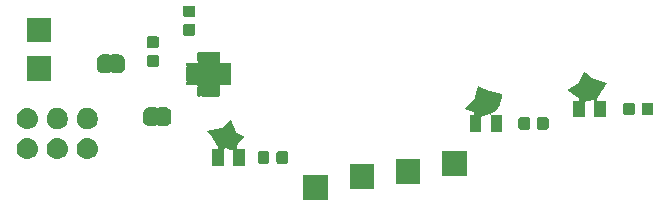
<source format=gbs>
G04 #@! TF.GenerationSoftware,KiCad,Pcbnew,(5.1.0)-1*
G04 #@! TF.CreationDate,2019-07-24T00:39:13-06:00*
G04 #@! TF.ProjectId,twinkletwinkie,7477696e-6b6c-4657-9477-696e6b69652e,rev?*
G04 #@! TF.SameCoordinates,PX89e92d0PY44794c0*
G04 #@! TF.FileFunction,Soldermask,Bot*
G04 #@! TF.FilePolarity,Negative*
%FSLAX46Y46*%
G04 Gerber Fmt 4.6, Leading zero omitted, Abs format (unit mm)*
G04 Created by KiCad (PCBNEW (5.1.0)-1) date 2019-07-24 00:39:13*
%MOMM*%
%LPD*%
G04 APERTURE LIST*
%ADD10C,0.100000*%
G04 APERTURE END LIST*
D10*
G36*
X-1315667Y-12451000D02*
G01*
X-3417667Y-12451000D01*
X-3417667Y-10349000D01*
X-1315667Y-10349000D01*
X-1315667Y-12451000D01*
X-1315667Y-12451000D01*
G37*
G36*
X2589888Y-11581000D02*
G01*
X487888Y-11581000D01*
X487888Y-9479000D01*
X2589888Y-9479000D01*
X2589888Y-11581000D01*
X2589888Y-11581000D01*
G37*
G36*
X6495443Y-11111000D02*
G01*
X4393443Y-11111000D01*
X4393443Y-9009000D01*
X6495443Y-9009000D01*
X6495443Y-11111000D01*
X6495443Y-11111000D01*
G37*
G36*
X10401000Y-10421000D02*
G01*
X8299000Y-10421000D01*
X8299000Y-8319000D01*
X10401000Y-8319000D01*
X10401000Y-10421000D01*
X10401000Y-10421000D01*
G37*
G36*
X-9587667Y-5685410D02*
G01*
X-9587665Y-5685414D01*
X-9137926Y-6728427D01*
X-9126065Y-6749869D01*
X-9110248Y-6768585D01*
X-9091084Y-6783855D01*
X-9079613Y-6790449D01*
X-8330000Y-7170000D01*
X-8335818Y-7174598D01*
X-8913946Y-7631506D01*
X-8931589Y-7648511D01*
X-8945576Y-7668631D01*
X-8955368Y-7691094D01*
X-8959012Y-7705061D01*
X-9028897Y-8054487D01*
X-9031324Y-8078870D01*
X-9028948Y-8103259D01*
X-9021859Y-8126715D01*
X-9010330Y-8148338D01*
X-8994805Y-8167296D01*
X-8975879Y-8182861D01*
X-8954281Y-8194435D01*
X-8930839Y-8201573D01*
X-8906325Y-8204000D01*
X-8385500Y-8204000D01*
X-8385500Y-9576000D01*
X-9376500Y-9576000D01*
X-9376500Y-8343309D01*
X-9378902Y-8318923D01*
X-9386015Y-8295474D01*
X-9397566Y-8273863D01*
X-9413111Y-8254921D01*
X-9432053Y-8239376D01*
X-9453664Y-8227825D01*
X-9477113Y-8220712D01*
X-9501499Y-8218310D01*
X-9509417Y-8219175D01*
X-9518029Y-8219356D01*
X-9520000Y-8220000D01*
X-9800075Y-8162994D01*
X-10013570Y-8119539D01*
X-10037945Y-8117029D01*
X-10062342Y-8119323D01*
X-10085822Y-8126331D01*
X-10107484Y-8137786D01*
X-10126495Y-8153247D01*
X-10142124Y-8172120D01*
X-10153771Y-8193679D01*
X-10160989Y-8217096D01*
X-10163500Y-8242027D01*
X-10163500Y-9576000D01*
X-11154500Y-9576000D01*
X-11154500Y-8204000D01*
X-10737564Y-8204000D01*
X-10713178Y-8201598D01*
X-10689729Y-8194485D01*
X-10668118Y-8182934D01*
X-10649176Y-8167389D01*
X-10633631Y-8148447D01*
X-10622080Y-8126836D01*
X-10614967Y-8103387D01*
X-10612565Y-8079001D01*
X-10614967Y-8054615D01*
X-10622080Y-8031166D01*
X-10633631Y-8009555D01*
X-10641433Y-8000909D01*
X-10640784Y-8000395D01*
X-10648826Y-7990239D01*
X-10650000Y-7990000D01*
X-11049125Y-7351400D01*
X-11050893Y-7348651D01*
X-11166144Y-7174598D01*
X-11540000Y-6610000D01*
X-10360772Y-6426350D01*
X-10337047Y-6420224D01*
X-10314972Y-6409588D01*
X-10291021Y-6390624D01*
X-10142615Y-6240185D01*
X-9590000Y-5680000D01*
X-9587667Y-5685410D01*
X-9587667Y-5685410D01*
G37*
G36*
X-4870409Y-8368085D02*
G01*
X-4836431Y-8378393D01*
X-4805110Y-8395134D01*
X-4777661Y-8417661D01*
X-4755134Y-8445110D01*
X-4738393Y-8476431D01*
X-4728085Y-8510409D01*
X-4724000Y-8551890D01*
X-4724000Y-9228110D01*
X-4728085Y-9269591D01*
X-4738393Y-9303569D01*
X-4755134Y-9334890D01*
X-4777661Y-9362339D01*
X-4805110Y-9384866D01*
X-4836431Y-9401607D01*
X-4870409Y-9411915D01*
X-4911890Y-9416000D01*
X-5513110Y-9416000D01*
X-5554591Y-9411915D01*
X-5588569Y-9401607D01*
X-5619890Y-9384866D01*
X-5647339Y-9362339D01*
X-5669866Y-9334890D01*
X-5686607Y-9303569D01*
X-5696915Y-9269591D01*
X-5701000Y-9228110D01*
X-5701000Y-8551890D01*
X-5696915Y-8510409D01*
X-5686607Y-8476431D01*
X-5669866Y-8445110D01*
X-5647339Y-8417661D01*
X-5619890Y-8395134D01*
X-5588569Y-8378393D01*
X-5554591Y-8368085D01*
X-5513110Y-8364000D01*
X-4911890Y-8364000D01*
X-4870409Y-8368085D01*
X-4870409Y-8368085D01*
G37*
G36*
X-6445409Y-8368085D02*
G01*
X-6411431Y-8378393D01*
X-6380110Y-8395134D01*
X-6352661Y-8417661D01*
X-6330134Y-8445110D01*
X-6313393Y-8476431D01*
X-6303085Y-8510409D01*
X-6299000Y-8551890D01*
X-6299000Y-9228110D01*
X-6303085Y-9269591D01*
X-6313393Y-9303569D01*
X-6330134Y-9334890D01*
X-6352661Y-9362339D01*
X-6380110Y-9384866D01*
X-6411431Y-9401607D01*
X-6445409Y-9411915D01*
X-6486890Y-9416000D01*
X-7088110Y-9416000D01*
X-7129591Y-9411915D01*
X-7163569Y-9401607D01*
X-7194890Y-9384866D01*
X-7222339Y-9362339D01*
X-7244866Y-9334890D01*
X-7261607Y-9303569D01*
X-7271915Y-9269591D01*
X-7276000Y-9228110D01*
X-7276000Y-8551890D01*
X-7271915Y-8510409D01*
X-7261607Y-8476431D01*
X-7244866Y-8445110D01*
X-7222339Y-8417661D01*
X-7194890Y-8395134D01*
X-7163569Y-8378393D01*
X-7129591Y-8368085D01*
X-7088110Y-8364000D01*
X-6486890Y-8364000D01*
X-6445409Y-8368085D01*
X-6445409Y-8368085D01*
G37*
G36*
X-21609558Y-7245518D02*
G01*
X-21543373Y-7252037D01*
X-21373534Y-7303557D01*
X-21217009Y-7387222D01*
X-21181271Y-7416552D01*
X-21079814Y-7499814D01*
X-20996552Y-7601271D01*
X-20967222Y-7637009D01*
X-20883557Y-7793534D01*
X-20832037Y-7963373D01*
X-20814641Y-8140000D01*
X-20832037Y-8316627D01*
X-20883557Y-8486466D01*
X-20967222Y-8642991D01*
X-20996552Y-8678729D01*
X-21079814Y-8780186D01*
X-21181271Y-8863448D01*
X-21217009Y-8892778D01*
X-21373534Y-8976443D01*
X-21543373Y-9027963D01*
X-21609557Y-9034481D01*
X-21675740Y-9041000D01*
X-21764260Y-9041000D01*
X-21830443Y-9034481D01*
X-21896627Y-9027963D01*
X-22066466Y-8976443D01*
X-22222991Y-8892778D01*
X-22258729Y-8863448D01*
X-22360186Y-8780186D01*
X-22443448Y-8678729D01*
X-22472778Y-8642991D01*
X-22556443Y-8486466D01*
X-22607963Y-8316627D01*
X-22625359Y-8140000D01*
X-22607963Y-7963373D01*
X-22556443Y-7793534D01*
X-22472778Y-7637009D01*
X-22443448Y-7601271D01*
X-22360186Y-7499814D01*
X-22258729Y-7416552D01*
X-22222991Y-7387222D01*
X-22066466Y-7303557D01*
X-21896627Y-7252037D01*
X-21830442Y-7245518D01*
X-21764260Y-7239000D01*
X-21675740Y-7239000D01*
X-21609558Y-7245518D01*
X-21609558Y-7245518D01*
G37*
G36*
X-24149558Y-7245518D02*
G01*
X-24083373Y-7252037D01*
X-23913534Y-7303557D01*
X-23757009Y-7387222D01*
X-23721271Y-7416552D01*
X-23619814Y-7499814D01*
X-23536552Y-7601271D01*
X-23507222Y-7637009D01*
X-23423557Y-7793534D01*
X-23372037Y-7963373D01*
X-23354641Y-8140000D01*
X-23372037Y-8316627D01*
X-23423557Y-8486466D01*
X-23507222Y-8642991D01*
X-23536552Y-8678729D01*
X-23619814Y-8780186D01*
X-23721271Y-8863448D01*
X-23757009Y-8892778D01*
X-23913534Y-8976443D01*
X-24083373Y-9027963D01*
X-24149557Y-9034481D01*
X-24215740Y-9041000D01*
X-24304260Y-9041000D01*
X-24370443Y-9034481D01*
X-24436627Y-9027963D01*
X-24606466Y-8976443D01*
X-24762991Y-8892778D01*
X-24798729Y-8863448D01*
X-24900186Y-8780186D01*
X-24983448Y-8678729D01*
X-25012778Y-8642991D01*
X-25096443Y-8486466D01*
X-25147963Y-8316627D01*
X-25165359Y-8140000D01*
X-25147963Y-7963373D01*
X-25096443Y-7793534D01*
X-25012778Y-7637009D01*
X-24983448Y-7601271D01*
X-24900186Y-7499814D01*
X-24798729Y-7416552D01*
X-24762991Y-7387222D01*
X-24606466Y-7303557D01*
X-24436627Y-7252037D01*
X-24370442Y-7245518D01*
X-24304260Y-7239000D01*
X-24215740Y-7239000D01*
X-24149558Y-7245518D01*
X-24149558Y-7245518D01*
G37*
G36*
X-26689558Y-7245518D02*
G01*
X-26623373Y-7252037D01*
X-26453534Y-7303557D01*
X-26297009Y-7387222D01*
X-26261271Y-7416552D01*
X-26159814Y-7499814D01*
X-26076552Y-7601271D01*
X-26047222Y-7637009D01*
X-25963557Y-7793534D01*
X-25912037Y-7963373D01*
X-25894641Y-8140000D01*
X-25912037Y-8316627D01*
X-25963557Y-8486466D01*
X-26047222Y-8642991D01*
X-26076552Y-8678729D01*
X-26159814Y-8780186D01*
X-26261271Y-8863448D01*
X-26297009Y-8892778D01*
X-26453534Y-8976443D01*
X-26623373Y-9027963D01*
X-26689557Y-9034481D01*
X-26755740Y-9041000D01*
X-26844260Y-9041000D01*
X-26910443Y-9034481D01*
X-26976627Y-9027963D01*
X-27146466Y-8976443D01*
X-27302991Y-8892778D01*
X-27338729Y-8863448D01*
X-27440186Y-8780186D01*
X-27523448Y-8678729D01*
X-27552778Y-8642991D01*
X-27636443Y-8486466D01*
X-27687963Y-8316627D01*
X-27705359Y-8140000D01*
X-27687963Y-7963373D01*
X-27636443Y-7793534D01*
X-27552778Y-7637009D01*
X-27523448Y-7601271D01*
X-27440186Y-7499814D01*
X-27338729Y-7416552D01*
X-27302991Y-7387222D01*
X-27146466Y-7303557D01*
X-26976627Y-7252037D01*
X-26910442Y-7245518D01*
X-26844260Y-7239000D01*
X-26755740Y-7239000D01*
X-26689558Y-7245518D01*
X-26689558Y-7245518D01*
G37*
G36*
X12323946Y-3280777D02*
G01*
X12353135Y-3290050D01*
X13407966Y-3487215D01*
X13363777Y-3741302D01*
X13255734Y-4362552D01*
X13247966Y-4407215D01*
X13243747Y-4413309D01*
X12891462Y-4922166D01*
X12891459Y-4922169D01*
X12887966Y-4927215D01*
X12708318Y-5009340D01*
X12542116Y-5085318D01*
X12520936Y-5097641D01*
X12502568Y-5113859D01*
X12487716Y-5133349D01*
X12476952Y-5155363D01*
X12470689Y-5179053D01*
X12469168Y-5203510D01*
X12472448Y-5227793D01*
X12480403Y-5250971D01*
X12492726Y-5272151D01*
X12508944Y-5290519D01*
X12528434Y-5305371D01*
X12550448Y-5316135D01*
X12574138Y-5322398D01*
X12594086Y-5324000D01*
X13424500Y-5324000D01*
X13424500Y-6696000D01*
X12433500Y-6696000D01*
X12433500Y-5329554D01*
X12431098Y-5305168D01*
X12423985Y-5281719D01*
X12412434Y-5260108D01*
X12396889Y-5241166D01*
X12377947Y-5225621D01*
X12356336Y-5214070D01*
X12332887Y-5206957D01*
X12308501Y-5204555D01*
X12284115Y-5206957D01*
X12256531Y-5215871D01*
X11850652Y-5401416D01*
X11837966Y-5407215D01*
X11828029Y-5403403D01*
X11816270Y-5398892D01*
X11792642Y-5392400D01*
X11768201Y-5390643D01*
X11743887Y-5393687D01*
X11720634Y-5401416D01*
X11699335Y-5413534D01*
X11680810Y-5429573D01*
X11665770Y-5448919D01*
X11654793Y-5470827D01*
X11648301Y-5494455D01*
X11646500Y-5515598D01*
X11646500Y-6696000D01*
X10655500Y-6696000D01*
X10655500Y-5324000D01*
X10946272Y-5324000D01*
X10970658Y-5321598D01*
X10994107Y-5314485D01*
X11015718Y-5302934D01*
X11034660Y-5287389D01*
X11050205Y-5268447D01*
X11061756Y-5246836D01*
X11068869Y-5223387D01*
X11071271Y-5199001D01*
X11068869Y-5174615D01*
X11061756Y-5151166D01*
X11050205Y-5129555D01*
X11034660Y-5110613D01*
X11015718Y-5095068D01*
X10991046Y-5082296D01*
X10253702Y-4799416D01*
X10253699Y-4799414D01*
X10247966Y-4797215D01*
X11056930Y-3920026D01*
X11071694Y-3900474D01*
X11085892Y-3867211D01*
X11118717Y-3742946D01*
X11357966Y-2837215D01*
X12323946Y-3280777D01*
X12323946Y-3280777D01*
G37*
G36*
X17189591Y-5488085D02*
G01*
X17223569Y-5498393D01*
X17254890Y-5515134D01*
X17282339Y-5537661D01*
X17304866Y-5565110D01*
X17321607Y-5596431D01*
X17331915Y-5630409D01*
X17336000Y-5671890D01*
X17336000Y-6348110D01*
X17331915Y-6389591D01*
X17321607Y-6423569D01*
X17304866Y-6454890D01*
X17282339Y-6482339D01*
X17254890Y-6504866D01*
X17223569Y-6521607D01*
X17189591Y-6531915D01*
X17148110Y-6536000D01*
X16546890Y-6536000D01*
X16505409Y-6531915D01*
X16471431Y-6521607D01*
X16440110Y-6504866D01*
X16412661Y-6482339D01*
X16390134Y-6454890D01*
X16373393Y-6423569D01*
X16363085Y-6389591D01*
X16359000Y-6348110D01*
X16359000Y-5671890D01*
X16363085Y-5630409D01*
X16373393Y-5596431D01*
X16390134Y-5565110D01*
X16412661Y-5537661D01*
X16440110Y-5515134D01*
X16471431Y-5498393D01*
X16505409Y-5488085D01*
X16546890Y-5484000D01*
X17148110Y-5484000D01*
X17189591Y-5488085D01*
X17189591Y-5488085D01*
G37*
G36*
X15614591Y-5488085D02*
G01*
X15648569Y-5498393D01*
X15679890Y-5515134D01*
X15707339Y-5537661D01*
X15729866Y-5565110D01*
X15746607Y-5596431D01*
X15756915Y-5630409D01*
X15761000Y-5671890D01*
X15761000Y-6348110D01*
X15756915Y-6389591D01*
X15746607Y-6423569D01*
X15729866Y-6454890D01*
X15707339Y-6482339D01*
X15679890Y-6504866D01*
X15648569Y-6521607D01*
X15614591Y-6531915D01*
X15573110Y-6536000D01*
X14971890Y-6536000D01*
X14930409Y-6531915D01*
X14896431Y-6521607D01*
X14865110Y-6504866D01*
X14837661Y-6482339D01*
X14815134Y-6454890D01*
X14798393Y-6423569D01*
X14788085Y-6389591D01*
X14784000Y-6348110D01*
X14784000Y-5671890D01*
X14788085Y-5630409D01*
X14798393Y-5596431D01*
X14815134Y-5565110D01*
X14837661Y-5537661D01*
X14865110Y-5515134D01*
X14896431Y-5498393D01*
X14930409Y-5488085D01*
X14971890Y-5484000D01*
X15573110Y-5484000D01*
X15614591Y-5488085D01*
X15614591Y-5488085D01*
G37*
G36*
X-21606488Y-4703927D02*
G01*
X-21457188Y-4733624D01*
X-21293216Y-4801544D01*
X-21145646Y-4900147D01*
X-21020147Y-5025646D01*
X-20921544Y-5173216D01*
X-20853624Y-5337188D01*
X-20819000Y-5511259D01*
X-20819000Y-5688741D01*
X-20853624Y-5862812D01*
X-20921544Y-6026784D01*
X-21020147Y-6174354D01*
X-21145646Y-6299853D01*
X-21293216Y-6398456D01*
X-21457188Y-6466376D01*
X-21600270Y-6494836D01*
X-21631258Y-6501000D01*
X-21808742Y-6501000D01*
X-21839730Y-6494836D01*
X-21982812Y-6466376D01*
X-22146784Y-6398456D01*
X-22294354Y-6299853D01*
X-22419853Y-6174354D01*
X-22518456Y-6026784D01*
X-22586376Y-5862812D01*
X-22621000Y-5688741D01*
X-22621000Y-5511259D01*
X-22586376Y-5337188D01*
X-22518456Y-5173216D01*
X-22419853Y-5025646D01*
X-22294354Y-4900147D01*
X-22146784Y-4801544D01*
X-21982812Y-4733624D01*
X-21833512Y-4703927D01*
X-21808742Y-4699000D01*
X-21631258Y-4699000D01*
X-21606488Y-4703927D01*
X-21606488Y-4703927D01*
G37*
G36*
X-24146488Y-4703927D02*
G01*
X-23997188Y-4733624D01*
X-23833216Y-4801544D01*
X-23685646Y-4900147D01*
X-23560147Y-5025646D01*
X-23461544Y-5173216D01*
X-23393624Y-5337188D01*
X-23359000Y-5511259D01*
X-23359000Y-5688741D01*
X-23393624Y-5862812D01*
X-23461544Y-6026784D01*
X-23560147Y-6174354D01*
X-23685646Y-6299853D01*
X-23833216Y-6398456D01*
X-23997188Y-6466376D01*
X-24140270Y-6494836D01*
X-24171258Y-6501000D01*
X-24348742Y-6501000D01*
X-24379730Y-6494836D01*
X-24522812Y-6466376D01*
X-24686784Y-6398456D01*
X-24834354Y-6299853D01*
X-24959853Y-6174354D01*
X-25058456Y-6026784D01*
X-25126376Y-5862812D01*
X-25161000Y-5688741D01*
X-25161000Y-5511259D01*
X-25126376Y-5337188D01*
X-25058456Y-5173216D01*
X-24959853Y-5025646D01*
X-24834354Y-4900147D01*
X-24686784Y-4801544D01*
X-24522812Y-4733624D01*
X-24373512Y-4703927D01*
X-24348742Y-4699000D01*
X-24171258Y-4699000D01*
X-24146488Y-4703927D01*
X-24146488Y-4703927D01*
G37*
G36*
X-26689557Y-4705519D02*
G01*
X-26623373Y-4712037D01*
X-26453534Y-4763557D01*
X-26453532Y-4763558D01*
X-26390565Y-4797215D01*
X-26297009Y-4847222D01*
X-26261271Y-4876552D01*
X-26159814Y-4959814D01*
X-26076552Y-5061271D01*
X-26047222Y-5097009D01*
X-25963557Y-5253534D01*
X-25912037Y-5423373D01*
X-25894641Y-5600000D01*
X-25912037Y-5776627D01*
X-25963557Y-5946466D01*
X-26047222Y-6102991D01*
X-26052248Y-6109115D01*
X-26159814Y-6240186D01*
X-26232520Y-6299853D01*
X-26297009Y-6352778D01*
X-26297011Y-6352779D01*
X-26422771Y-6420000D01*
X-26453534Y-6436443D01*
X-26623373Y-6487963D01*
X-26689558Y-6494482D01*
X-26755740Y-6501000D01*
X-26844260Y-6501000D01*
X-26910442Y-6494482D01*
X-26976627Y-6487963D01*
X-27146466Y-6436443D01*
X-27177228Y-6420000D01*
X-27302989Y-6352779D01*
X-27302991Y-6352778D01*
X-27367480Y-6299853D01*
X-27440186Y-6240186D01*
X-27547752Y-6109115D01*
X-27552778Y-6102991D01*
X-27636443Y-5946466D01*
X-27687963Y-5776627D01*
X-27705359Y-5600000D01*
X-27687963Y-5423373D01*
X-27636443Y-5253534D01*
X-27552778Y-5097009D01*
X-27523448Y-5061271D01*
X-27440186Y-4959814D01*
X-27338729Y-4876552D01*
X-27302991Y-4847222D01*
X-27209435Y-4797215D01*
X-27146468Y-4763558D01*
X-27146466Y-4763557D01*
X-26976627Y-4712037D01*
X-26910443Y-4705519D01*
X-26844260Y-4699000D01*
X-26755740Y-4699000D01*
X-26689557Y-4705519D01*
X-26689557Y-4705519D01*
G37*
G36*
X-15930001Y-4629737D02*
G01*
X-15920392Y-4632652D01*
X-15911528Y-4637390D01*
X-15903763Y-4643763D01*
X-15893552Y-4656206D01*
X-15886622Y-4666575D01*
X-15869295Y-4683902D01*
X-15848920Y-4697515D01*
X-15826280Y-4706891D01*
X-15802247Y-4711671D01*
X-15777743Y-4711670D01*
X-15753710Y-4706888D01*
X-15731071Y-4697510D01*
X-15710698Y-4683895D01*
X-15693371Y-4666568D01*
X-15686442Y-4656198D01*
X-15676237Y-4643763D01*
X-15668472Y-4637390D01*
X-15659608Y-4632652D01*
X-15649999Y-4629737D01*
X-15633860Y-4628148D01*
X-15146139Y-4628148D01*
X-15127801Y-4629954D01*
X-15115550Y-4630556D01*
X-15097131Y-4630556D01*
X-15074851Y-4632750D01*
X-14990767Y-4649476D01*
X-14969340Y-4655976D01*
X-14890142Y-4688780D01*
X-14884697Y-4691691D01*
X-14884691Y-4691693D01*
X-14875831Y-4696429D01*
X-14875827Y-4696432D01*
X-14870386Y-4699340D01*
X-14799101Y-4746971D01*
X-14781796Y-4761172D01*
X-14721172Y-4821796D01*
X-14706971Y-4839101D01*
X-14659340Y-4910386D01*
X-14656432Y-4915827D01*
X-14656429Y-4915831D01*
X-14651693Y-4924691D01*
X-14651691Y-4924697D01*
X-14648780Y-4930142D01*
X-14615976Y-5009340D01*
X-14609476Y-5030767D01*
X-14592750Y-5114851D01*
X-14590556Y-5137131D01*
X-14590556Y-5155550D01*
X-14589954Y-5167801D01*
X-14588148Y-5186139D01*
X-14588148Y-5673862D01*
X-14589954Y-5692199D01*
X-14590556Y-5704450D01*
X-14590556Y-5722869D01*
X-14592750Y-5745149D01*
X-14609476Y-5829233D01*
X-14615976Y-5850660D01*
X-14648780Y-5929858D01*
X-14651691Y-5935303D01*
X-14651693Y-5935309D01*
X-14656429Y-5944169D01*
X-14656432Y-5944173D01*
X-14659340Y-5949614D01*
X-14706971Y-6020899D01*
X-14721172Y-6038204D01*
X-14781796Y-6098828D01*
X-14799101Y-6113029D01*
X-14870386Y-6160660D01*
X-14875827Y-6163568D01*
X-14875831Y-6163571D01*
X-14884691Y-6168307D01*
X-14884697Y-6168309D01*
X-14890142Y-6171220D01*
X-14969340Y-6204024D01*
X-14990767Y-6210524D01*
X-15074851Y-6227250D01*
X-15097131Y-6229444D01*
X-15115550Y-6229444D01*
X-15127801Y-6230046D01*
X-15146138Y-6231852D01*
X-15633860Y-6231852D01*
X-15649999Y-6230263D01*
X-15659608Y-6227348D01*
X-15668472Y-6222610D01*
X-15676237Y-6216237D01*
X-15686448Y-6203794D01*
X-15693378Y-6193425D01*
X-15710705Y-6176098D01*
X-15731080Y-6162485D01*
X-15753720Y-6153109D01*
X-15777753Y-6148329D01*
X-15802257Y-6148330D01*
X-15826290Y-6153112D01*
X-15848929Y-6162490D01*
X-15869302Y-6176105D01*
X-15886629Y-6193432D01*
X-15893558Y-6203802D01*
X-15903763Y-6216237D01*
X-15911528Y-6222610D01*
X-15920392Y-6227348D01*
X-15930001Y-6230263D01*
X-15946140Y-6231852D01*
X-16433862Y-6231852D01*
X-16452199Y-6230046D01*
X-16464450Y-6229444D01*
X-16482869Y-6229444D01*
X-16505149Y-6227250D01*
X-16589233Y-6210524D01*
X-16610660Y-6204024D01*
X-16689858Y-6171220D01*
X-16695303Y-6168309D01*
X-16695309Y-6168307D01*
X-16704169Y-6163571D01*
X-16704173Y-6163568D01*
X-16709614Y-6160660D01*
X-16780899Y-6113029D01*
X-16798204Y-6098828D01*
X-16858828Y-6038204D01*
X-16873029Y-6020899D01*
X-16920660Y-5949614D01*
X-16923568Y-5944173D01*
X-16923571Y-5944169D01*
X-16928307Y-5935309D01*
X-16928309Y-5935303D01*
X-16931220Y-5929858D01*
X-16964024Y-5850660D01*
X-16970524Y-5829233D01*
X-16987250Y-5745149D01*
X-16989444Y-5722869D01*
X-16989444Y-5704450D01*
X-16990046Y-5692199D01*
X-16991852Y-5673862D01*
X-16991852Y-5186139D01*
X-16990046Y-5167801D01*
X-16989444Y-5155550D01*
X-16989444Y-5137131D01*
X-16987250Y-5114851D01*
X-16970524Y-5030767D01*
X-16964024Y-5009340D01*
X-16931220Y-4930142D01*
X-16928309Y-4924697D01*
X-16928307Y-4924691D01*
X-16923571Y-4915831D01*
X-16923568Y-4915827D01*
X-16920660Y-4910386D01*
X-16873029Y-4839101D01*
X-16858828Y-4821796D01*
X-16798204Y-4761172D01*
X-16780899Y-4746971D01*
X-16709614Y-4699340D01*
X-16704173Y-4696432D01*
X-16704169Y-4696429D01*
X-16695309Y-4691693D01*
X-16695303Y-4691691D01*
X-16689858Y-4688780D01*
X-16610660Y-4655976D01*
X-16589233Y-4649476D01*
X-16505149Y-4632750D01*
X-16482869Y-4630556D01*
X-16464450Y-4630556D01*
X-16452199Y-4629954D01*
X-16433861Y-4628148D01*
X-15946140Y-4628148D01*
X-15930001Y-4629737D01*
X-15930001Y-4629737D01*
G37*
G36*
X20345828Y-1624284D02*
G01*
X20345831Y-1624285D01*
X20530850Y-1760263D01*
X21041564Y-2135607D01*
X21153182Y-2217640D01*
X21174254Y-2230146D01*
X21189923Y-2236226D01*
X22281716Y-2577411D01*
X22290000Y-2580000D01*
X22030360Y-2985687D01*
X21810000Y-3330000D01*
X21809969Y-3330049D01*
X21444507Y-3901669D01*
X21433394Y-3923508D01*
X21426756Y-3947096D01*
X21424848Y-3971526D01*
X21427741Y-3995859D01*
X21435327Y-4019159D01*
X21447312Y-4040532D01*
X21463237Y-4059156D01*
X21482489Y-4074315D01*
X21504328Y-4085428D01*
X21527916Y-4092066D01*
X21549821Y-4094000D01*
X22184500Y-4094000D01*
X22184500Y-5466000D01*
X21193500Y-5466000D01*
X21193500Y-4145787D01*
X21191098Y-4121401D01*
X21183985Y-4097952D01*
X21172434Y-4076341D01*
X21156889Y-4057399D01*
X21137947Y-4041854D01*
X21116336Y-4030303D01*
X21092887Y-4023190D01*
X21068501Y-4020788D01*
X21041500Y-4023739D01*
X20766928Y-4084485D01*
X20504497Y-4142545D01*
X20481206Y-4150158D01*
X20459847Y-4162169D01*
X20441242Y-4178115D01*
X20426105Y-4197385D01*
X20415019Y-4219238D01*
X20408408Y-4242834D01*
X20406500Y-4264593D01*
X20406500Y-5466000D01*
X19415500Y-5466000D01*
X19415500Y-4094000D01*
X19815425Y-4094000D01*
X19839811Y-4091598D01*
X19863260Y-4084485D01*
X19884871Y-4072934D01*
X19903813Y-4057389D01*
X19919358Y-4038447D01*
X19930909Y-4016836D01*
X19938022Y-3993387D01*
X19940424Y-3969001D01*
X19938022Y-3944615D01*
X19930909Y-3921166D01*
X19919358Y-3899555D01*
X19903813Y-3880613D01*
X19893723Y-3871563D01*
X19888307Y-3867211D01*
X19733655Y-3742937D01*
X19726144Y-3737352D01*
X18900000Y-3170000D01*
X18906538Y-3166165D01*
X19904389Y-2580887D01*
X19924209Y-2566477D01*
X19940836Y-2548478D01*
X19956166Y-2522010D01*
X20337594Y-1625653D01*
X20337596Y-1625649D01*
X20340000Y-1620000D01*
X20345828Y-1624284D01*
X20345828Y-1624284D01*
G37*
G36*
X26059591Y-4258085D02*
G01*
X26093569Y-4268393D01*
X26124890Y-4285134D01*
X26152339Y-4307661D01*
X26174866Y-4335110D01*
X26191607Y-4366431D01*
X26201915Y-4400409D01*
X26206000Y-4441890D01*
X26206000Y-5118110D01*
X26201915Y-5159591D01*
X26191607Y-5193569D01*
X26174866Y-5224890D01*
X26152339Y-5252339D01*
X26124890Y-5274866D01*
X26093569Y-5291607D01*
X26059591Y-5301915D01*
X26018110Y-5306000D01*
X25416890Y-5306000D01*
X25375409Y-5301915D01*
X25341431Y-5291607D01*
X25310110Y-5274866D01*
X25282661Y-5252339D01*
X25260134Y-5224890D01*
X25243393Y-5193569D01*
X25233085Y-5159591D01*
X25229000Y-5118110D01*
X25229000Y-4441890D01*
X25233085Y-4400409D01*
X25243393Y-4366431D01*
X25260134Y-4335110D01*
X25282661Y-4307661D01*
X25310110Y-4285134D01*
X25341431Y-4268393D01*
X25375409Y-4258085D01*
X25416890Y-4254000D01*
X26018110Y-4254000D01*
X26059591Y-4258085D01*
X26059591Y-4258085D01*
G37*
G36*
X24484591Y-4258085D02*
G01*
X24518569Y-4268393D01*
X24549890Y-4285134D01*
X24577339Y-4307661D01*
X24599866Y-4335110D01*
X24616607Y-4366431D01*
X24626915Y-4400409D01*
X24631000Y-4441890D01*
X24631000Y-5118110D01*
X24626915Y-5159591D01*
X24616607Y-5193569D01*
X24599866Y-5224890D01*
X24577339Y-5252339D01*
X24549890Y-5274866D01*
X24518569Y-5291607D01*
X24484591Y-5301915D01*
X24443110Y-5306000D01*
X23841890Y-5306000D01*
X23800409Y-5301915D01*
X23766431Y-5291607D01*
X23735110Y-5274866D01*
X23707661Y-5252339D01*
X23685134Y-5224890D01*
X23668393Y-5193569D01*
X23658085Y-5159591D01*
X23654000Y-5118110D01*
X23654000Y-4441890D01*
X23658085Y-4400409D01*
X23668393Y-4366431D01*
X23685134Y-4335110D01*
X23707661Y-4307661D01*
X23735110Y-4285134D01*
X23766431Y-4268393D01*
X23800409Y-4258085D01*
X23841890Y-4254000D01*
X24443110Y-4254000D01*
X24484591Y-4258085D01*
X24484591Y-4258085D01*
G37*
G36*
X-12181874Y61302D02*
G01*
X-12181270Y61243D01*
X-12160540Y57119D01*
X-12142156Y49504D01*
X-12138462Y47036D01*
X-12116851Y35484D01*
X-12093402Y28371D01*
X-12069016Y25969D01*
X-12044630Y28371D01*
X-12021181Y35484D01*
X-11989718Y54342D01*
X-11984891Y58304D01*
X-11982745Y59450D01*
X-11980416Y60157D01*
X-11971857Y61000D01*
X-11708143Y61000D01*
X-11699584Y60157D01*
X-11695444Y58901D01*
X-11676284Y50965D01*
X-11652250Y46185D01*
X-11627746Y46185D01*
X-11603713Y50966D01*
X-11584555Y58901D01*
X-11580416Y60157D01*
X-11571857Y61000D01*
X-11308143Y61000D01*
X-11299584Y60157D01*
X-11295444Y58901D01*
X-11276284Y50965D01*
X-11252250Y46185D01*
X-11227746Y46185D01*
X-11203713Y50966D01*
X-11184555Y58901D01*
X-11180416Y60157D01*
X-11171857Y61000D01*
X-10908143Y61000D01*
X-10899584Y60157D01*
X-10897255Y59450D01*
X-10895109Y58304D01*
X-10890282Y54342D01*
X-10869908Y40728D01*
X-10847269Y31351D01*
X-10823236Y26571D01*
X-10798732Y26571D01*
X-10774698Y31352D01*
X-10741538Y47036D01*
X-10737844Y49504D01*
X-10719460Y57119D01*
X-10698730Y61243D01*
X-10698126Y61302D01*
X-10686938Y61852D01*
X-10593062Y61852D01*
X-10581874Y61302D01*
X-10581270Y61243D01*
X-10560540Y57119D01*
X-10542158Y49505D01*
X-10525614Y38450D01*
X-10511550Y24386D01*
X-10500495Y7842D01*
X-10492881Y-10540D01*
X-10488757Y-31270D01*
X-10488698Y-31874D01*
X-10488148Y-43062D01*
X-10488148Y-686227D01*
X-10488698Y-697415D01*
X-10488757Y-698019D01*
X-10492881Y-718749D01*
X-10500527Y-737209D01*
X-10507640Y-760658D01*
X-10510041Y-785044D01*
X-10507639Y-809430D01*
X-10500525Y-832879D01*
X-10488974Y-854490D01*
X-10473428Y-873431D01*
X-10454486Y-888976D01*
X-10432875Y-900527D01*
X-10409426Y-907640D01*
X-10385040Y-910041D01*
X-10360654Y-907639D01*
X-10337209Y-900527D01*
X-10318749Y-892881D01*
X-10298019Y-888757D01*
X-10297415Y-888698D01*
X-10286227Y-888148D01*
X-9643062Y-888148D01*
X-9631874Y-888698D01*
X-9631270Y-888757D01*
X-9610540Y-892881D01*
X-9592158Y-900495D01*
X-9575614Y-911550D01*
X-9561550Y-925614D01*
X-9550495Y-942158D01*
X-9542881Y-960540D01*
X-9538757Y-981270D01*
X-9538698Y-981874D01*
X-9538148Y-993062D01*
X-9538148Y-1086938D01*
X-9538698Y-1098126D01*
X-9538757Y-1098730D01*
X-9542881Y-1119460D01*
X-9550496Y-1137844D01*
X-9552964Y-1141538D01*
X-9564516Y-1163149D01*
X-9571629Y-1186598D01*
X-9574031Y-1210984D01*
X-9571629Y-1235370D01*
X-9564516Y-1258819D01*
X-9545658Y-1290282D01*
X-9541696Y-1295109D01*
X-9540550Y-1297255D01*
X-9539843Y-1299584D01*
X-9539000Y-1308143D01*
X-9539000Y-1571857D01*
X-9539843Y-1580416D01*
X-9541099Y-1584556D01*
X-9549035Y-1603716D01*
X-9553815Y-1627750D01*
X-9553815Y-1652254D01*
X-9549034Y-1676287D01*
X-9541099Y-1695445D01*
X-9539843Y-1699584D01*
X-9539000Y-1708143D01*
X-9539000Y-1971857D01*
X-9539843Y-1980416D01*
X-9541099Y-1984556D01*
X-9549035Y-2003716D01*
X-9553815Y-2027750D01*
X-9553815Y-2052254D01*
X-9549034Y-2076287D01*
X-9541099Y-2095445D01*
X-9539843Y-2099584D01*
X-9539000Y-2108143D01*
X-9539000Y-2371857D01*
X-9539843Y-2380416D01*
X-9540550Y-2382745D01*
X-9541696Y-2384891D01*
X-9545658Y-2389718D01*
X-9559272Y-2410092D01*
X-9568649Y-2432731D01*
X-9573429Y-2456764D01*
X-9573429Y-2481268D01*
X-9568648Y-2505302D01*
X-9552964Y-2538462D01*
X-9550496Y-2542156D01*
X-9542881Y-2560540D01*
X-9538757Y-2581270D01*
X-9538698Y-2581874D01*
X-9538148Y-2593062D01*
X-9538148Y-2686938D01*
X-9538698Y-2698126D01*
X-9538757Y-2698730D01*
X-9542881Y-2719460D01*
X-9550495Y-2737842D01*
X-9561550Y-2754386D01*
X-9575614Y-2768450D01*
X-9592158Y-2779505D01*
X-9610540Y-2787119D01*
X-9631270Y-2791243D01*
X-9631874Y-2791302D01*
X-9643062Y-2791852D01*
X-10286227Y-2791852D01*
X-10297415Y-2791302D01*
X-10298019Y-2791243D01*
X-10318749Y-2787119D01*
X-10337209Y-2779473D01*
X-10360658Y-2772360D01*
X-10385044Y-2769959D01*
X-10409430Y-2772361D01*
X-10432879Y-2779475D01*
X-10454490Y-2791026D01*
X-10473431Y-2806572D01*
X-10488976Y-2825514D01*
X-10500527Y-2847125D01*
X-10507640Y-2870574D01*
X-10510041Y-2894960D01*
X-10507639Y-2919346D01*
X-10500527Y-2942791D01*
X-10492881Y-2961251D01*
X-10488757Y-2981981D01*
X-10488698Y-2982585D01*
X-10488148Y-2993773D01*
X-10488148Y-3636938D01*
X-10488698Y-3648126D01*
X-10488757Y-3648730D01*
X-10492881Y-3669460D01*
X-10500495Y-3687842D01*
X-10511550Y-3704386D01*
X-10525614Y-3718450D01*
X-10542158Y-3729505D01*
X-10560540Y-3737119D01*
X-10581270Y-3741243D01*
X-10581874Y-3741302D01*
X-10593062Y-3741852D01*
X-10686938Y-3741852D01*
X-10698126Y-3741302D01*
X-10698730Y-3741243D01*
X-10719460Y-3737119D01*
X-10737844Y-3729504D01*
X-10741538Y-3727036D01*
X-10763149Y-3715484D01*
X-10786598Y-3708371D01*
X-10810984Y-3705969D01*
X-10835370Y-3708371D01*
X-10858819Y-3715484D01*
X-10890282Y-3734342D01*
X-10895109Y-3738304D01*
X-10897255Y-3739450D01*
X-10899584Y-3740157D01*
X-10908143Y-3741000D01*
X-11171857Y-3741000D01*
X-11180416Y-3740157D01*
X-11184556Y-3738901D01*
X-11203716Y-3730965D01*
X-11227750Y-3726185D01*
X-11252254Y-3726185D01*
X-11276287Y-3730966D01*
X-11295445Y-3738901D01*
X-11299584Y-3740157D01*
X-11308143Y-3741000D01*
X-11571857Y-3741000D01*
X-11580416Y-3740157D01*
X-11584556Y-3738901D01*
X-11603716Y-3730965D01*
X-11627750Y-3726185D01*
X-11652254Y-3726185D01*
X-11676287Y-3730966D01*
X-11695445Y-3738901D01*
X-11699584Y-3740157D01*
X-11708143Y-3741000D01*
X-11971857Y-3741000D01*
X-11980416Y-3740157D01*
X-11982745Y-3739450D01*
X-11984891Y-3738304D01*
X-11989718Y-3734342D01*
X-12010092Y-3720728D01*
X-12032731Y-3711351D01*
X-12056764Y-3706571D01*
X-12081268Y-3706571D01*
X-12105302Y-3711352D01*
X-12138462Y-3727036D01*
X-12142156Y-3729504D01*
X-12160540Y-3737119D01*
X-12181270Y-3741243D01*
X-12181874Y-3741302D01*
X-12193062Y-3741852D01*
X-12286938Y-3741852D01*
X-12298126Y-3741302D01*
X-12298730Y-3741243D01*
X-12319460Y-3737119D01*
X-12337842Y-3729505D01*
X-12354386Y-3718450D01*
X-12368450Y-3704386D01*
X-12379505Y-3687842D01*
X-12387119Y-3669460D01*
X-12391243Y-3648730D01*
X-12391302Y-3648126D01*
X-12391852Y-3636938D01*
X-12391852Y-2993773D01*
X-12391302Y-2982585D01*
X-12391243Y-2981981D01*
X-12387119Y-2961251D01*
X-12379473Y-2942791D01*
X-12372360Y-2919342D01*
X-12369959Y-2894956D01*
X-12372361Y-2870570D01*
X-12379475Y-2847121D01*
X-12391026Y-2825510D01*
X-12406572Y-2806569D01*
X-12425514Y-2791024D01*
X-12447125Y-2779473D01*
X-12470574Y-2772360D01*
X-12494960Y-2769959D01*
X-12519346Y-2772361D01*
X-12542791Y-2779473D01*
X-12561251Y-2787119D01*
X-12581981Y-2791243D01*
X-12582585Y-2791302D01*
X-12593773Y-2791852D01*
X-13236938Y-2791852D01*
X-13248126Y-2791302D01*
X-13248730Y-2791243D01*
X-13269460Y-2787119D01*
X-13287842Y-2779505D01*
X-13304386Y-2768450D01*
X-13318450Y-2754386D01*
X-13329505Y-2737842D01*
X-13337119Y-2719460D01*
X-13341243Y-2698730D01*
X-13341302Y-2698126D01*
X-13341852Y-2686938D01*
X-13341852Y-2593062D01*
X-13341302Y-2581874D01*
X-13341243Y-2581270D01*
X-13337119Y-2560540D01*
X-13329504Y-2542156D01*
X-13327036Y-2538462D01*
X-13315484Y-2516851D01*
X-13308371Y-2493402D01*
X-13305969Y-2469016D01*
X-13308371Y-2444630D01*
X-13315484Y-2421181D01*
X-13334342Y-2389718D01*
X-13338304Y-2384891D01*
X-13339450Y-2382745D01*
X-13340157Y-2380416D01*
X-13341000Y-2371857D01*
X-13341000Y-2108143D01*
X-13340157Y-2099584D01*
X-13338901Y-2095444D01*
X-13330965Y-2076284D01*
X-13326185Y-2052250D01*
X-13326185Y-2027746D01*
X-13330966Y-2003713D01*
X-13338901Y-1984555D01*
X-13340157Y-1980416D01*
X-13341000Y-1971857D01*
X-13341000Y-1708143D01*
X-13340157Y-1699584D01*
X-13338901Y-1695444D01*
X-13330965Y-1676284D01*
X-13326185Y-1652250D01*
X-13326185Y-1627746D01*
X-13330966Y-1603713D01*
X-13338901Y-1584555D01*
X-13340157Y-1580416D01*
X-13341000Y-1571857D01*
X-13341000Y-1308143D01*
X-13340157Y-1299584D01*
X-13339450Y-1297255D01*
X-13338304Y-1295109D01*
X-13334342Y-1290282D01*
X-13320728Y-1269908D01*
X-13311351Y-1247269D01*
X-13306571Y-1223236D01*
X-13306571Y-1198732D01*
X-13311352Y-1174698D01*
X-13327036Y-1141538D01*
X-13329504Y-1137844D01*
X-13337119Y-1119460D01*
X-13341243Y-1098730D01*
X-13341302Y-1098126D01*
X-13341852Y-1086938D01*
X-13341852Y-993062D01*
X-13341302Y-981874D01*
X-13341243Y-981270D01*
X-13337119Y-960540D01*
X-13329505Y-942158D01*
X-13318450Y-925614D01*
X-13304386Y-911550D01*
X-13287842Y-900495D01*
X-13269460Y-892881D01*
X-13248730Y-888757D01*
X-13248126Y-888698D01*
X-13236938Y-888148D01*
X-12593773Y-888148D01*
X-12582585Y-888698D01*
X-12581981Y-888757D01*
X-12561251Y-892881D01*
X-12542791Y-900527D01*
X-12519342Y-907640D01*
X-12494956Y-910041D01*
X-12470570Y-907639D01*
X-12447121Y-900525D01*
X-12425510Y-888974D01*
X-12406569Y-873428D01*
X-12391024Y-854486D01*
X-12379473Y-832875D01*
X-12372360Y-809426D01*
X-12369959Y-785040D01*
X-12372361Y-760654D01*
X-12379473Y-737209D01*
X-12387119Y-718749D01*
X-12391243Y-698019D01*
X-12391302Y-697415D01*
X-12391852Y-686227D01*
X-12391852Y-43062D01*
X-12391302Y-31874D01*
X-12391243Y-31270D01*
X-12387119Y-10540D01*
X-12379505Y7842D01*
X-12368450Y24386D01*
X-12354386Y38450D01*
X-12337842Y49505D01*
X-12319460Y57119D01*
X-12298730Y61243D01*
X-12298126Y61302D01*
X-12286938Y61852D01*
X-12193062Y61852D01*
X-12181874Y61302D01*
X-12181874Y61302D01*
G37*
G36*
X-24749000Y-2411000D02*
G01*
X-26851000Y-2411000D01*
X-26851000Y-309000D01*
X-24749000Y-309000D01*
X-24749000Y-2411000D01*
X-24749000Y-2411000D01*
G37*
G36*
X-19860001Y-159737D02*
G01*
X-19850392Y-162652D01*
X-19841528Y-167390D01*
X-19833763Y-173763D01*
X-19823552Y-186206D01*
X-19816622Y-196575D01*
X-19799295Y-213902D01*
X-19778920Y-227515D01*
X-19756280Y-236891D01*
X-19732247Y-241671D01*
X-19707743Y-241670D01*
X-19683710Y-236888D01*
X-19661071Y-227510D01*
X-19640698Y-213895D01*
X-19623371Y-196568D01*
X-19616442Y-186198D01*
X-19606237Y-173763D01*
X-19598472Y-167390D01*
X-19589608Y-162652D01*
X-19579999Y-159737D01*
X-19563860Y-158148D01*
X-19076139Y-158148D01*
X-19057801Y-159954D01*
X-19045550Y-160556D01*
X-19027131Y-160556D01*
X-19004851Y-162750D01*
X-18920767Y-179476D01*
X-18899340Y-185976D01*
X-18820142Y-218780D01*
X-18814697Y-221691D01*
X-18814691Y-221693D01*
X-18805831Y-226429D01*
X-18805827Y-226432D01*
X-18800386Y-229340D01*
X-18729101Y-276971D01*
X-18711796Y-291172D01*
X-18651172Y-351796D01*
X-18636971Y-369101D01*
X-18589340Y-440386D01*
X-18586432Y-445827D01*
X-18586429Y-445831D01*
X-18581693Y-454691D01*
X-18581691Y-454697D01*
X-18578780Y-460142D01*
X-18545976Y-539340D01*
X-18539476Y-560767D01*
X-18522750Y-644851D01*
X-18520556Y-667131D01*
X-18520556Y-685550D01*
X-18519954Y-697801D01*
X-18518148Y-716139D01*
X-18518148Y-1203862D01*
X-18519954Y-1222199D01*
X-18520556Y-1234450D01*
X-18520556Y-1252869D01*
X-18522750Y-1275149D01*
X-18539476Y-1359233D01*
X-18545976Y-1380660D01*
X-18578780Y-1459858D01*
X-18581691Y-1465303D01*
X-18581693Y-1465309D01*
X-18586429Y-1474169D01*
X-18586432Y-1474173D01*
X-18589340Y-1479614D01*
X-18636971Y-1550899D01*
X-18651172Y-1568204D01*
X-18711796Y-1628828D01*
X-18729101Y-1643029D01*
X-18800386Y-1690660D01*
X-18805827Y-1693568D01*
X-18805831Y-1693571D01*
X-18814691Y-1698307D01*
X-18814697Y-1698309D01*
X-18820142Y-1701220D01*
X-18899340Y-1734024D01*
X-18920767Y-1740524D01*
X-19004851Y-1757250D01*
X-19027131Y-1759444D01*
X-19045550Y-1759444D01*
X-19057801Y-1760046D01*
X-19076138Y-1761852D01*
X-19563860Y-1761852D01*
X-19579999Y-1760263D01*
X-19589608Y-1757348D01*
X-19598472Y-1752610D01*
X-19606237Y-1746237D01*
X-19616448Y-1733794D01*
X-19623378Y-1723425D01*
X-19640705Y-1706098D01*
X-19661080Y-1692485D01*
X-19683720Y-1683109D01*
X-19707753Y-1678329D01*
X-19732257Y-1678330D01*
X-19756290Y-1683112D01*
X-19778929Y-1692490D01*
X-19799302Y-1706105D01*
X-19816629Y-1723432D01*
X-19823558Y-1733802D01*
X-19833763Y-1746237D01*
X-19841528Y-1752610D01*
X-19850392Y-1757348D01*
X-19860001Y-1760263D01*
X-19876140Y-1761852D01*
X-20363862Y-1761852D01*
X-20382199Y-1760046D01*
X-20394450Y-1759444D01*
X-20412869Y-1759444D01*
X-20435149Y-1757250D01*
X-20519233Y-1740524D01*
X-20540660Y-1734024D01*
X-20619858Y-1701220D01*
X-20625303Y-1698309D01*
X-20625309Y-1698307D01*
X-20634169Y-1693571D01*
X-20634173Y-1693568D01*
X-20639614Y-1690660D01*
X-20710899Y-1643029D01*
X-20728204Y-1628828D01*
X-20788828Y-1568204D01*
X-20803029Y-1550899D01*
X-20850660Y-1479614D01*
X-20853568Y-1474173D01*
X-20853571Y-1474169D01*
X-20858307Y-1465309D01*
X-20858309Y-1465303D01*
X-20861220Y-1459858D01*
X-20894024Y-1380660D01*
X-20900524Y-1359233D01*
X-20917250Y-1275149D01*
X-20919444Y-1252869D01*
X-20919444Y-1234450D01*
X-20920046Y-1222199D01*
X-20921852Y-1203862D01*
X-20921852Y-716139D01*
X-20920046Y-697801D01*
X-20919444Y-685550D01*
X-20919444Y-667131D01*
X-20917250Y-644851D01*
X-20900524Y-560767D01*
X-20894024Y-539340D01*
X-20861220Y-460142D01*
X-20858309Y-454697D01*
X-20858307Y-454691D01*
X-20853571Y-445831D01*
X-20853568Y-445827D01*
X-20850660Y-440386D01*
X-20803029Y-369101D01*
X-20788828Y-351796D01*
X-20728204Y-291172D01*
X-20710899Y-276971D01*
X-20639614Y-229340D01*
X-20634173Y-226432D01*
X-20634169Y-226429D01*
X-20625309Y-221693D01*
X-20625303Y-221691D01*
X-20619858Y-218780D01*
X-20540660Y-185976D01*
X-20519233Y-179476D01*
X-20435149Y-162750D01*
X-20412869Y-160556D01*
X-20394450Y-160556D01*
X-20382199Y-159954D01*
X-20363861Y-158148D01*
X-19876140Y-158148D01*
X-19860001Y-159737D01*
X-19860001Y-159737D01*
G37*
G36*
X-15790409Y-223085D02*
G01*
X-15756431Y-233393D01*
X-15725110Y-250134D01*
X-15697661Y-272661D01*
X-15675134Y-300110D01*
X-15658393Y-331431D01*
X-15648085Y-365409D01*
X-15644000Y-406890D01*
X-15644000Y-1008110D01*
X-15648085Y-1049591D01*
X-15658393Y-1083569D01*
X-15675134Y-1114890D01*
X-15697661Y-1142339D01*
X-15725110Y-1164866D01*
X-15756431Y-1181607D01*
X-15790409Y-1191915D01*
X-15831890Y-1196000D01*
X-16508110Y-1196000D01*
X-16549591Y-1191915D01*
X-16583569Y-1181607D01*
X-16614890Y-1164866D01*
X-16642339Y-1142339D01*
X-16664866Y-1114890D01*
X-16681607Y-1083569D01*
X-16691915Y-1049591D01*
X-16696000Y-1008110D01*
X-16696000Y-406890D01*
X-16691915Y-365409D01*
X-16681607Y-331431D01*
X-16664866Y-300110D01*
X-16642339Y-272661D01*
X-16614890Y-250134D01*
X-16583569Y-233393D01*
X-16549591Y-223085D01*
X-16508110Y-219000D01*
X-15831890Y-219000D01*
X-15790409Y-223085D01*
X-15790409Y-223085D01*
G37*
G36*
X-15790409Y1351915D02*
G01*
X-15756431Y1341607D01*
X-15725110Y1324866D01*
X-15697661Y1302339D01*
X-15675134Y1274890D01*
X-15658393Y1243569D01*
X-15648085Y1209591D01*
X-15644000Y1168110D01*
X-15644000Y566890D01*
X-15648085Y525409D01*
X-15658393Y491431D01*
X-15675134Y460110D01*
X-15697661Y432661D01*
X-15725110Y410134D01*
X-15756431Y393393D01*
X-15790409Y383085D01*
X-15831890Y379000D01*
X-16508110Y379000D01*
X-16549591Y383085D01*
X-16583569Y393393D01*
X-16614890Y410134D01*
X-16642339Y432661D01*
X-16664866Y460110D01*
X-16681607Y491431D01*
X-16691915Y525409D01*
X-16696000Y566890D01*
X-16696000Y1168110D01*
X-16691915Y1209591D01*
X-16681607Y1243569D01*
X-16664866Y1274890D01*
X-16642339Y1302339D01*
X-16614890Y1324866D01*
X-16583569Y1341607D01*
X-16549591Y1351915D01*
X-16508110Y1356000D01*
X-15831890Y1356000D01*
X-15790409Y1351915D01*
X-15790409Y1351915D01*
G37*
G36*
X-24749000Y849000D02*
G01*
X-26851000Y849000D01*
X-26851000Y2951000D01*
X-24749000Y2951000D01*
X-24749000Y849000D01*
X-24749000Y849000D01*
G37*
G36*
X-12700409Y2396915D02*
G01*
X-12666431Y2386607D01*
X-12635110Y2369866D01*
X-12607661Y2347339D01*
X-12585134Y2319890D01*
X-12568393Y2288569D01*
X-12558085Y2254591D01*
X-12554000Y2213110D01*
X-12554000Y1611890D01*
X-12558085Y1570409D01*
X-12568393Y1536431D01*
X-12585134Y1505110D01*
X-12607661Y1477661D01*
X-12635110Y1455134D01*
X-12666431Y1438393D01*
X-12700409Y1428085D01*
X-12741890Y1424000D01*
X-13418110Y1424000D01*
X-13459591Y1428085D01*
X-13493569Y1438393D01*
X-13524890Y1455134D01*
X-13552339Y1477661D01*
X-13574866Y1505110D01*
X-13591607Y1536431D01*
X-13601915Y1570409D01*
X-13606000Y1611890D01*
X-13606000Y2213110D01*
X-13601915Y2254591D01*
X-13591607Y2288569D01*
X-13574866Y2319890D01*
X-13552339Y2347339D01*
X-13524890Y2369866D01*
X-13493569Y2386607D01*
X-13459591Y2396915D01*
X-13418110Y2401000D01*
X-12741890Y2401000D01*
X-12700409Y2396915D01*
X-12700409Y2396915D01*
G37*
G36*
X-12700409Y3971915D02*
G01*
X-12666431Y3961607D01*
X-12635110Y3944866D01*
X-12607661Y3922339D01*
X-12585134Y3894890D01*
X-12568393Y3863569D01*
X-12558085Y3829591D01*
X-12554000Y3788110D01*
X-12554000Y3186890D01*
X-12558085Y3145409D01*
X-12568393Y3111431D01*
X-12585134Y3080110D01*
X-12607661Y3052661D01*
X-12635110Y3030134D01*
X-12666431Y3013393D01*
X-12700409Y3003085D01*
X-12741890Y2999000D01*
X-13418110Y2999000D01*
X-13459591Y3003085D01*
X-13493569Y3013393D01*
X-13524890Y3030134D01*
X-13552339Y3052661D01*
X-13574866Y3080110D01*
X-13591607Y3111431D01*
X-13601915Y3145409D01*
X-13606000Y3186890D01*
X-13606000Y3788110D01*
X-13601915Y3829591D01*
X-13591607Y3863569D01*
X-13574866Y3894890D01*
X-13552339Y3922339D01*
X-13524890Y3944866D01*
X-13493569Y3961607D01*
X-13459591Y3971915D01*
X-13418110Y3976000D01*
X-12741890Y3976000D01*
X-12700409Y3971915D01*
X-12700409Y3971915D01*
G37*
M02*

</source>
